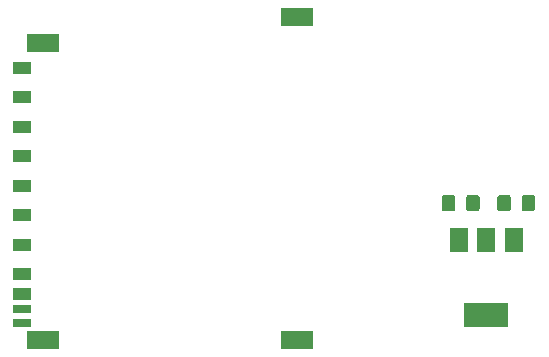
<source format=gbr>
G04 #@! TF.GenerationSoftware,KiCad,Pcbnew,(5.1.5)-3*
G04 #@! TF.CreationDate,2020-01-24T22:37:54-08:00*
G04 #@! TF.ProjectId,sdInterface,7364496e-7465-4726-9661-63652e6b6963,rev?*
G04 #@! TF.SameCoordinates,Original*
G04 #@! TF.FileFunction,Paste,Top*
G04 #@! TF.FilePolarity,Positive*
%FSLAX46Y46*%
G04 Gerber Fmt 4.6, Leading zero omitted, Abs format (unit mm)*
G04 Created by KiCad (PCBNEW (5.1.5)-3) date 2020-01-24 22:37:54*
%MOMM*%
%LPD*%
G04 APERTURE LIST*
%ADD10R,1.500000X2.000000*%
%ADD11R,3.800000X2.000000*%
%ADD12C,0.100000*%
%ADD13R,1.500000X1.000000*%
%ADD14R,1.500000X0.700000*%
%ADD15R,2.800000X1.500000*%
G04 APERTURE END LIST*
D10*
X133850000Y-93950000D03*
X129250000Y-93950000D03*
X131550000Y-93950000D03*
D11*
X131550000Y-100250000D03*
D12*
G36*
X128699505Y-90101204D02*
G01*
X128723773Y-90104804D01*
X128747572Y-90110765D01*
X128770671Y-90119030D01*
X128792850Y-90129520D01*
X128813893Y-90142132D01*
X128833599Y-90156747D01*
X128851777Y-90173223D01*
X128868253Y-90191401D01*
X128882868Y-90211107D01*
X128895480Y-90232150D01*
X128905970Y-90254329D01*
X128914235Y-90277428D01*
X128920196Y-90301227D01*
X128923796Y-90325495D01*
X128925000Y-90349999D01*
X128925000Y-91250001D01*
X128923796Y-91274505D01*
X128920196Y-91298773D01*
X128914235Y-91322572D01*
X128905970Y-91345671D01*
X128895480Y-91367850D01*
X128882868Y-91388893D01*
X128868253Y-91408599D01*
X128851777Y-91426777D01*
X128833599Y-91443253D01*
X128813893Y-91457868D01*
X128792850Y-91470480D01*
X128770671Y-91480970D01*
X128747572Y-91489235D01*
X128723773Y-91495196D01*
X128699505Y-91498796D01*
X128675001Y-91500000D01*
X128024999Y-91500000D01*
X128000495Y-91498796D01*
X127976227Y-91495196D01*
X127952428Y-91489235D01*
X127929329Y-91480970D01*
X127907150Y-91470480D01*
X127886107Y-91457868D01*
X127866401Y-91443253D01*
X127848223Y-91426777D01*
X127831747Y-91408599D01*
X127817132Y-91388893D01*
X127804520Y-91367850D01*
X127794030Y-91345671D01*
X127785765Y-91322572D01*
X127779804Y-91298773D01*
X127776204Y-91274505D01*
X127775000Y-91250001D01*
X127775000Y-90349999D01*
X127776204Y-90325495D01*
X127779804Y-90301227D01*
X127785765Y-90277428D01*
X127794030Y-90254329D01*
X127804520Y-90232150D01*
X127817132Y-90211107D01*
X127831747Y-90191401D01*
X127848223Y-90173223D01*
X127866401Y-90156747D01*
X127886107Y-90142132D01*
X127907150Y-90129520D01*
X127929329Y-90119030D01*
X127952428Y-90110765D01*
X127976227Y-90104804D01*
X128000495Y-90101204D01*
X128024999Y-90100000D01*
X128675001Y-90100000D01*
X128699505Y-90101204D01*
G37*
G36*
X130749505Y-90101204D02*
G01*
X130773773Y-90104804D01*
X130797572Y-90110765D01*
X130820671Y-90119030D01*
X130842850Y-90129520D01*
X130863893Y-90142132D01*
X130883599Y-90156747D01*
X130901777Y-90173223D01*
X130918253Y-90191401D01*
X130932868Y-90211107D01*
X130945480Y-90232150D01*
X130955970Y-90254329D01*
X130964235Y-90277428D01*
X130970196Y-90301227D01*
X130973796Y-90325495D01*
X130975000Y-90349999D01*
X130975000Y-91250001D01*
X130973796Y-91274505D01*
X130970196Y-91298773D01*
X130964235Y-91322572D01*
X130955970Y-91345671D01*
X130945480Y-91367850D01*
X130932868Y-91388893D01*
X130918253Y-91408599D01*
X130901777Y-91426777D01*
X130883599Y-91443253D01*
X130863893Y-91457868D01*
X130842850Y-91470480D01*
X130820671Y-91480970D01*
X130797572Y-91489235D01*
X130773773Y-91495196D01*
X130749505Y-91498796D01*
X130725001Y-91500000D01*
X130074999Y-91500000D01*
X130050495Y-91498796D01*
X130026227Y-91495196D01*
X130002428Y-91489235D01*
X129979329Y-91480970D01*
X129957150Y-91470480D01*
X129936107Y-91457868D01*
X129916401Y-91443253D01*
X129898223Y-91426777D01*
X129881747Y-91408599D01*
X129867132Y-91388893D01*
X129854520Y-91367850D01*
X129844030Y-91345671D01*
X129835765Y-91322572D01*
X129829804Y-91298773D01*
X129826204Y-91274505D01*
X129825000Y-91250001D01*
X129825000Y-90349999D01*
X129826204Y-90325495D01*
X129829804Y-90301227D01*
X129835765Y-90277428D01*
X129844030Y-90254329D01*
X129854520Y-90232150D01*
X129867132Y-90211107D01*
X129881747Y-90191401D01*
X129898223Y-90173223D01*
X129916401Y-90156747D01*
X129936107Y-90142132D01*
X129957150Y-90129520D01*
X129979329Y-90119030D01*
X130002428Y-90110765D01*
X130026227Y-90104804D01*
X130050495Y-90101204D01*
X130074999Y-90100000D01*
X130725001Y-90100000D01*
X130749505Y-90101204D01*
G37*
G36*
X133399505Y-90101204D02*
G01*
X133423773Y-90104804D01*
X133447572Y-90110765D01*
X133470671Y-90119030D01*
X133492850Y-90129520D01*
X133513893Y-90142132D01*
X133533599Y-90156747D01*
X133551777Y-90173223D01*
X133568253Y-90191401D01*
X133582868Y-90211107D01*
X133595480Y-90232150D01*
X133605970Y-90254329D01*
X133614235Y-90277428D01*
X133620196Y-90301227D01*
X133623796Y-90325495D01*
X133625000Y-90349999D01*
X133625000Y-91250001D01*
X133623796Y-91274505D01*
X133620196Y-91298773D01*
X133614235Y-91322572D01*
X133605970Y-91345671D01*
X133595480Y-91367850D01*
X133582868Y-91388893D01*
X133568253Y-91408599D01*
X133551777Y-91426777D01*
X133533599Y-91443253D01*
X133513893Y-91457868D01*
X133492850Y-91470480D01*
X133470671Y-91480970D01*
X133447572Y-91489235D01*
X133423773Y-91495196D01*
X133399505Y-91498796D01*
X133375001Y-91500000D01*
X132724999Y-91500000D01*
X132700495Y-91498796D01*
X132676227Y-91495196D01*
X132652428Y-91489235D01*
X132629329Y-91480970D01*
X132607150Y-91470480D01*
X132586107Y-91457868D01*
X132566401Y-91443253D01*
X132548223Y-91426777D01*
X132531747Y-91408599D01*
X132517132Y-91388893D01*
X132504520Y-91367850D01*
X132494030Y-91345671D01*
X132485765Y-91322572D01*
X132479804Y-91298773D01*
X132476204Y-91274505D01*
X132475000Y-91250001D01*
X132475000Y-90349999D01*
X132476204Y-90325495D01*
X132479804Y-90301227D01*
X132485765Y-90277428D01*
X132494030Y-90254329D01*
X132504520Y-90232150D01*
X132517132Y-90211107D01*
X132531747Y-90191401D01*
X132548223Y-90173223D01*
X132566401Y-90156747D01*
X132586107Y-90142132D01*
X132607150Y-90129520D01*
X132629329Y-90119030D01*
X132652428Y-90110765D01*
X132676227Y-90104804D01*
X132700495Y-90101204D01*
X132724999Y-90100000D01*
X133375001Y-90100000D01*
X133399505Y-90101204D01*
G37*
G36*
X135449505Y-90101204D02*
G01*
X135473773Y-90104804D01*
X135497572Y-90110765D01*
X135520671Y-90119030D01*
X135542850Y-90129520D01*
X135563893Y-90142132D01*
X135583599Y-90156747D01*
X135601777Y-90173223D01*
X135618253Y-90191401D01*
X135632868Y-90211107D01*
X135645480Y-90232150D01*
X135655970Y-90254329D01*
X135664235Y-90277428D01*
X135670196Y-90301227D01*
X135673796Y-90325495D01*
X135675000Y-90349999D01*
X135675000Y-91250001D01*
X135673796Y-91274505D01*
X135670196Y-91298773D01*
X135664235Y-91322572D01*
X135655970Y-91345671D01*
X135645480Y-91367850D01*
X135632868Y-91388893D01*
X135618253Y-91408599D01*
X135601777Y-91426777D01*
X135583599Y-91443253D01*
X135563893Y-91457868D01*
X135542850Y-91470480D01*
X135520671Y-91480970D01*
X135497572Y-91489235D01*
X135473773Y-91495196D01*
X135449505Y-91498796D01*
X135425001Y-91500000D01*
X134774999Y-91500000D01*
X134750495Y-91498796D01*
X134726227Y-91495196D01*
X134702428Y-91489235D01*
X134679329Y-91480970D01*
X134657150Y-91470480D01*
X134636107Y-91457868D01*
X134616401Y-91443253D01*
X134598223Y-91426777D01*
X134581747Y-91408599D01*
X134567132Y-91388893D01*
X134554520Y-91367850D01*
X134544030Y-91345671D01*
X134535765Y-91322572D01*
X134529804Y-91298773D01*
X134526204Y-91274505D01*
X134525000Y-91250001D01*
X134525000Y-90349999D01*
X134526204Y-90325495D01*
X134529804Y-90301227D01*
X134535765Y-90277428D01*
X134544030Y-90254329D01*
X134554520Y-90232150D01*
X134567132Y-90211107D01*
X134581747Y-90191401D01*
X134598223Y-90173223D01*
X134616401Y-90156747D01*
X134636107Y-90142132D01*
X134657150Y-90129520D01*
X134679329Y-90119030D01*
X134702428Y-90110765D01*
X134726227Y-90104804D01*
X134750495Y-90101204D01*
X134774999Y-90100000D01*
X135425001Y-90100000D01*
X135449505Y-90101204D01*
G37*
D13*
X92225000Y-81825000D03*
X92225000Y-84325000D03*
X92225000Y-86825000D03*
X92225000Y-89325000D03*
X92225000Y-91825000D03*
X92225000Y-94325000D03*
X92225000Y-96755000D03*
X92225000Y-98455000D03*
X92225000Y-79325000D03*
D14*
X92225000Y-99755000D03*
X92225000Y-100955000D03*
D15*
X94025000Y-77250000D03*
X115525000Y-75050000D03*
X115525000Y-102350000D03*
X94025000Y-102350000D03*
M02*

</source>
